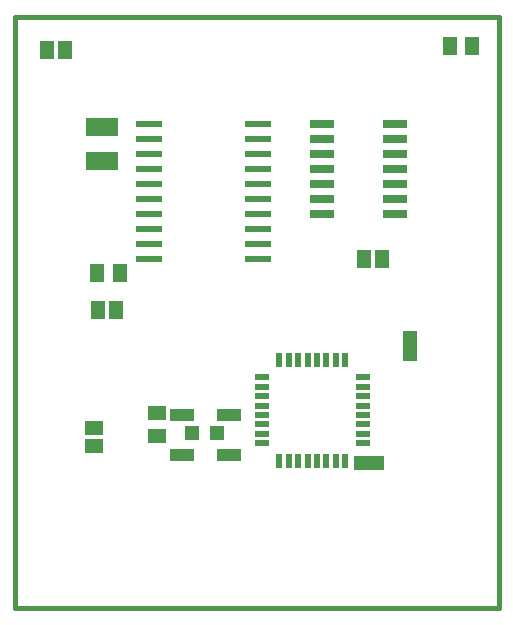
<source format=gtp>
G75*
%MOIN*%
%OFA0B0*%
%FSLAX24Y24*%
%IPPOS*%
%LPD*%
%AMOC8*
5,1,8,0,0,1.08239X$1,22.5*
%
%ADD10C,0.0160*%
%ADD11R,0.0500X0.0220*%
%ADD12R,0.0220X0.0500*%
%ADD13R,0.0472X0.0472*%
%ADD14R,0.0500X0.1000*%
%ADD15R,0.1000X0.0500*%
%ADD16R,0.0460X0.0630*%
%ADD17R,0.0866X0.0236*%
%ADD18R,0.0512X0.0591*%
%ADD19R,0.0800X0.0260*%
%ADD20R,0.1063X0.0630*%
%ADD21R,0.0630X0.0460*%
%ADD22R,0.0787X0.0433*%
%ADD23R,0.0591X0.0512*%
D10*
X001046Y000180D02*
X017188Y000180D01*
X017188Y019865D01*
X001046Y019865D01*
X001046Y000180D01*
D11*
X009277Y005660D03*
X009277Y005975D03*
X009277Y006290D03*
X009277Y006605D03*
X009277Y006920D03*
X009277Y007235D03*
X009277Y007550D03*
X009277Y007865D03*
X012657Y007865D03*
X012657Y007550D03*
X012657Y007235D03*
X012657Y006920D03*
X012657Y006605D03*
X012657Y006290D03*
X012657Y005975D03*
X012657Y005660D03*
D12*
X012069Y005073D03*
X011754Y005073D03*
X011440Y005073D03*
X011125Y005073D03*
X010810Y005073D03*
X010495Y005073D03*
X010180Y005073D03*
X009865Y005073D03*
X009865Y008453D03*
X010180Y008453D03*
X010495Y008453D03*
X010810Y008453D03*
X011125Y008453D03*
X011440Y008453D03*
X011754Y008453D03*
X012069Y008453D03*
D13*
X007782Y006015D03*
X006955Y006015D03*
D14*
X014224Y008903D03*
D15*
X012857Y004995D03*
D16*
X012683Y011792D03*
X013283Y011792D03*
X004425Y010089D03*
X003825Y010089D03*
X002736Y018782D03*
X002136Y018782D03*
D17*
X005534Y016288D03*
X005534Y015788D03*
X005534Y015288D03*
X005534Y014788D03*
X005534Y014288D03*
X005534Y013788D03*
X005534Y013288D03*
X005534Y012788D03*
X005534Y012288D03*
X005534Y011788D03*
X009156Y011788D03*
X009156Y012288D03*
X009156Y012788D03*
X009156Y013288D03*
X009156Y013788D03*
X009156Y014288D03*
X009156Y014788D03*
X009156Y015288D03*
X009156Y015788D03*
X009156Y016288D03*
D18*
X004550Y011322D03*
X003802Y011322D03*
X015558Y018889D03*
X016306Y018889D03*
D19*
X013712Y016306D03*
X013712Y015806D03*
X013712Y015306D03*
X013712Y014806D03*
X013712Y014306D03*
X013712Y013806D03*
X013712Y013306D03*
X011292Y013306D03*
X011292Y013806D03*
X011292Y014306D03*
X011292Y014806D03*
X011292Y015306D03*
X011292Y015806D03*
X011292Y016306D03*
D20*
X003967Y016188D03*
X003967Y015086D03*
D21*
X003686Y006180D03*
X003686Y005580D03*
D22*
X006618Y005271D03*
X006618Y006609D03*
X008193Y006609D03*
X008193Y005271D03*
D23*
X005786Y005906D03*
X005786Y006654D03*
M02*

</source>
